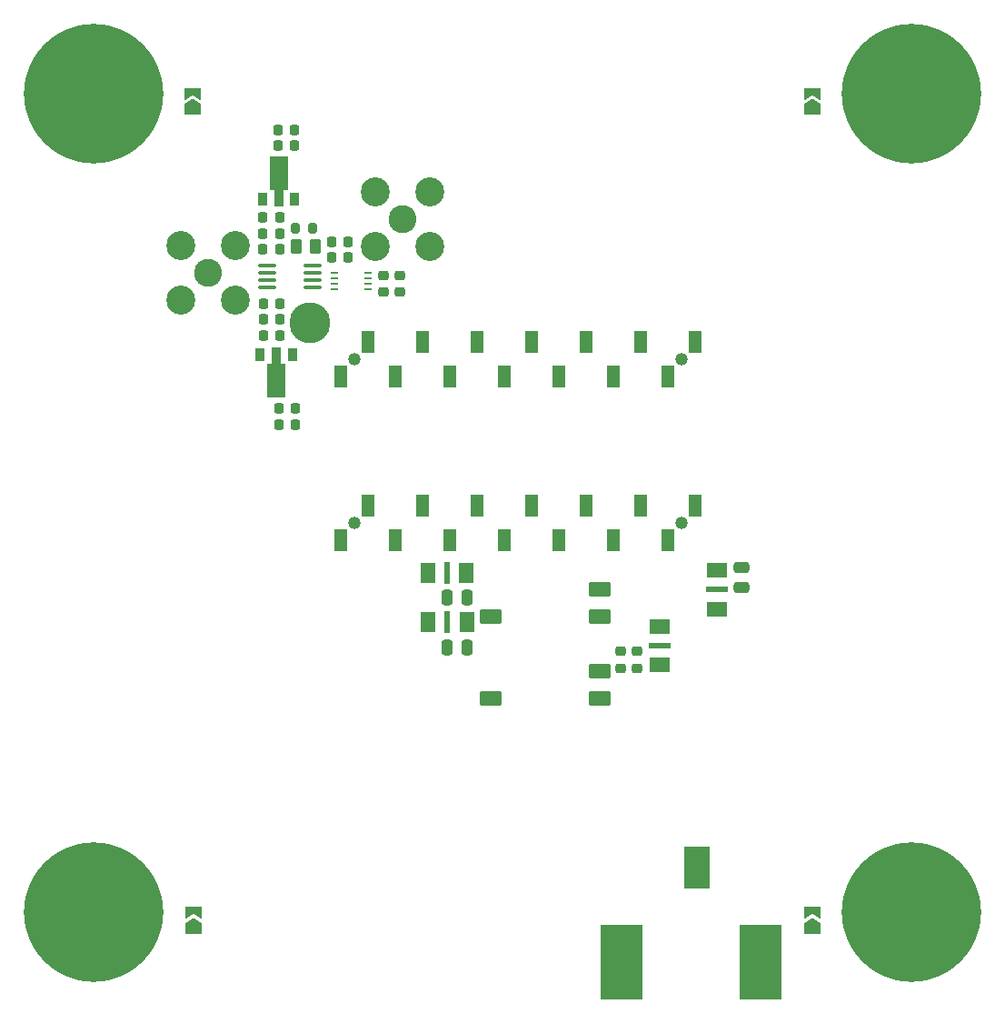
<source format=gts>
G04 #@! TF.GenerationSoftware,KiCad,Pcbnew,7.0.1*
G04 #@! TF.CreationDate,2024-09-06T18:07:48-07:00*
G04 #@! TF.ProjectId,FACED Frame Clock,46414345-4420-4467-9261-6d6520436c6f,rev?*
G04 #@! TF.SameCoordinates,Original*
G04 #@! TF.FileFunction,Soldermask,Top*
G04 #@! TF.FilePolarity,Negative*
%FSLAX46Y46*%
G04 Gerber Fmt 4.6, Leading zero omitted, Abs format (unit mm)*
G04 Created by KiCad (PCBNEW 7.0.1) date 2024-09-06 18:07:48*
%MOMM*%
%LPD*%
G01*
G04 APERTURE LIST*
G04 Aperture macros list*
%AMRoundRect*
0 Rectangle with rounded corners*
0 $1 Rounding radius*
0 $2 $3 $4 $5 $6 $7 $8 $9 X,Y pos of 4 corners*
0 Add a 4 corners polygon primitive as box body*
4,1,4,$2,$3,$4,$5,$6,$7,$8,$9,$2,$3,0*
0 Add four circle primitives for the rounded corners*
1,1,$1+$1,$2,$3*
1,1,$1+$1,$4,$5*
1,1,$1+$1,$6,$7*
1,1,$1+$1,$8,$9*
0 Add four rect primitives between the rounded corners*
20,1,$1+$1,$2,$3,$4,$5,0*
20,1,$1+$1,$4,$5,$6,$7,0*
20,1,$1+$1,$6,$7,$8,$9,0*
20,1,$1+$1,$8,$9,$2,$3,0*%
%AMFreePoly0*
4,1,6,1.000000,0.000000,0.500000,-0.750000,-0.500000,-0.750000,-0.500000,0.750000,0.500000,0.750000,1.000000,0.000000,1.000000,0.000000,$1*%
%AMFreePoly1*
4,1,6,0.500000,-0.750000,-0.650000,-0.750000,-0.150000,0.000000,-0.650000,0.750000,0.500000,0.750000,0.500000,-0.750000,0.500000,-0.750000,$1*%
%AMFreePoly2*
4,1,9,3.862500,-0.866500,0.737500,-0.866500,0.737500,-0.450000,-0.737500,-0.450000,-0.737500,0.450000,0.737500,0.450000,0.737500,0.866500,3.862500,0.866500,3.862500,-0.866500,3.862500,-0.866500,$1*%
G04 Aperture macros list end*
%ADD10C,0.900000*%
%ADD11C,13.000000*%
%ADD12RoundRect,0.102000X0.900000X0.600000X-0.900000X0.600000X-0.900000X-0.600000X0.900000X-0.600000X0*%
%ADD13RoundRect,0.250000X-0.250000X-0.475000X0.250000X-0.475000X0.250000X0.475000X-0.250000X0.475000X0*%
%ADD14RoundRect,0.225000X-0.225000X-0.250000X0.225000X-0.250000X0.225000X0.250000X-0.225000X0.250000X0*%
%ADD15FreePoly0,90.000000*%
%ADD16FreePoly1,90.000000*%
%ADD17C,3.800000*%
%ADD18C,1.190000*%
%ADD19RoundRect,0.102000X-0.510000X-0.952500X0.510000X-0.952500X0.510000X0.952500X-0.510000X0.952500X0*%
%ADD20RoundRect,0.102000X0.510000X0.952500X-0.510000X0.952500X-0.510000X-0.952500X0.510000X-0.952500X0*%
%ADD21R,1.930400X1.397000*%
%ADD22R,2.006600X0.609600*%
%ADD23RoundRect,0.225000X-0.250000X0.225000X-0.250000X-0.225000X0.250000X-0.225000X0.250000X0.225000X0*%
%ADD24RoundRect,0.225000X0.225000X0.250000X-0.225000X0.250000X-0.225000X-0.250000X0.225000X-0.250000X0*%
%ADD25RoundRect,0.100000X-0.712500X-0.100000X0.712500X-0.100000X0.712500X0.100000X-0.712500X0.100000X0*%
%ADD26R,2.489200X3.987800*%
%ADD27R,3.987800X6.999999*%
%ADD28R,0.900000X1.300000*%
%ADD29FreePoly2,90.000000*%
%ADD30RoundRect,0.225000X0.250000X-0.225000X0.250000X0.225000X-0.250000X0.225000X-0.250000X-0.225000X0*%
%ADD31FreePoly2,270.000000*%
%ADD32C,2.604000*%
%ADD33C,2.704000*%
%ADD34R,1.397000X1.930400*%
%ADD35R,0.609600X2.006600*%
%ADD36R,0.762000X0.254000*%
%ADD37RoundRect,0.200000X0.200000X0.275000X-0.200000X0.275000X-0.200000X-0.275000X0.200000X-0.275000X0*%
%ADD38RoundRect,0.250000X0.262500X0.450000X-0.262500X0.450000X-0.262500X-0.450000X0.262500X-0.450000X0*%
%ADD39RoundRect,0.250000X0.250000X0.475000X-0.250000X0.475000X-0.250000X-0.475000X0.250000X-0.475000X0*%
%ADD40RoundRect,0.250000X0.475000X-0.250000X0.475000X0.250000X-0.475000X0.250000X-0.475000X-0.250000X0*%
G04 APERTURE END LIST*
D10*
X178255000Y-168210000D03*
X179682854Y-164762854D03*
X179682854Y-171657146D03*
X183130000Y-163335000D03*
D11*
X183130000Y-168210000D03*
D10*
X183130000Y-173085000D03*
X186577146Y-164762854D03*
X186577146Y-171657146D03*
X188005000Y-168210000D03*
D12*
X154097900Y-148250199D03*
X154097900Y-145710199D03*
X154097900Y-140630199D03*
X154097900Y-138090199D03*
X143897900Y-140630199D03*
X143897900Y-148250199D03*
D13*
X139826400Y-138902999D03*
X141726400Y-138902999D03*
D14*
X122691000Y-103495399D03*
X124241000Y-103495399D03*
D15*
X173930000Y-169665000D03*
D16*
X173930000Y-168215000D03*
D15*
X173920000Y-93460000D03*
D16*
X173920000Y-92010000D03*
D17*
X127110000Y-113350000D03*
D18*
X161741400Y-131968999D03*
X161731400Y-116726499D03*
X131261400Y-131968999D03*
X131251400Y-116726499D03*
D19*
X163001400Y-115123999D03*
X160461400Y-118328999D03*
X157921400Y-115123999D03*
X155381400Y-118328999D03*
X152841400Y-115123999D03*
X150301400Y-118328999D03*
X147761400Y-115123999D03*
X145221400Y-118328999D03*
X142681400Y-115123999D03*
X140141400Y-118328999D03*
X137601400Y-115123999D03*
X135061400Y-118328999D03*
X132521400Y-115123999D03*
X129981400Y-118328999D03*
D20*
X129991400Y-133571499D03*
X132531400Y-130366499D03*
X135071400Y-133571499D03*
X137611400Y-130366499D03*
X140151400Y-133571499D03*
X142691400Y-130366499D03*
X145231400Y-133571499D03*
X147771400Y-130366499D03*
X150311400Y-133571499D03*
X152851400Y-130366499D03*
X155391400Y-133571499D03*
X157931400Y-130366499D03*
X160471400Y-133571499D03*
X163011400Y-130366499D03*
D21*
X164970000Y-136348700D03*
D22*
X164970000Y-138152100D03*
D21*
X164970000Y-139955500D03*
D23*
X157550000Y-143917100D03*
X157550000Y-145467100D03*
D21*
X159660000Y-145183400D03*
D22*
X159660000Y-143380000D03*
D21*
X159660000Y-141576600D03*
D23*
X156040000Y-143917100D03*
X156040000Y-145467100D03*
D14*
X129117200Y-107254599D03*
X130667200Y-107254599D03*
D24*
X124267000Y-111518999D03*
X122717000Y-111518999D03*
X125752600Y-122773999D03*
X124202600Y-122773999D03*
D25*
X123092500Y-108024999D03*
X123092500Y-108674999D03*
X123092500Y-109324999D03*
X123092500Y-109974999D03*
X127317500Y-109974999D03*
X127317500Y-109324999D03*
X127317500Y-108674999D03*
X127317500Y-108024999D03*
D26*
X163179999Y-164074900D03*
D27*
X156080000Y-172824901D03*
X169080000Y-172824901D03*
D10*
X102055000Y-92010000D03*
X103482854Y-88562854D03*
X103482854Y-95457146D03*
X106930000Y-87135000D03*
D11*
X106930000Y-92010000D03*
D10*
X106930000Y-96885000D03*
X110377146Y-88562854D03*
X110377146Y-95457146D03*
X111805000Y-92010000D03*
D28*
X122663400Y-101793599D03*
D29*
X124163400Y-101706099D03*
D28*
X125663400Y-101793599D03*
D30*
X133951400Y-110425000D03*
X133951400Y-108875000D03*
D28*
X125455000Y-116299999D03*
D31*
X123955000Y-116387499D03*
D28*
X122455000Y-116299999D03*
D15*
X116260000Y-169670000D03*
D16*
X116260000Y-168220000D03*
D24*
X130667200Y-105781399D03*
X129117200Y-105781399D03*
D32*
X117560800Y-108676999D03*
D33*
X115020800Y-106136999D03*
X115020800Y-111216999D03*
X120100800Y-106136999D03*
X120100800Y-111216999D03*
D24*
X124255000Y-106499999D03*
X122705000Y-106499999D03*
D15*
X116190000Y-93460000D03*
D16*
X116190000Y-92010000D03*
D34*
X141678100Y-141188999D03*
D35*
X139874700Y-141188999D03*
D34*
X138071300Y-141188999D03*
D14*
X124115000Y-96850000D03*
X125665000Y-96850000D03*
D36*
X132484400Y-110148588D03*
X132484400Y-109648462D03*
X132484400Y-109148336D03*
X132484400Y-108648210D03*
X129334800Y-108648210D03*
X129334800Y-109148336D03*
X129334800Y-109648462D03*
X129334800Y-110148588D03*
D34*
X138068700Y-136570000D03*
D35*
X139872100Y-136570000D03*
D34*
X141675500Y-136570000D03*
D37*
X127326600Y-104511399D03*
X125676600Y-104511399D03*
D38*
X127617300Y-106238599D03*
X125792300Y-106238599D03*
D24*
X124255000Y-104999999D03*
X122705000Y-104999999D03*
X124266400Y-113018999D03*
X122716400Y-113018999D03*
D23*
X135450000Y-108875000D03*
X135450000Y-110425000D03*
D24*
X125752600Y-121275399D03*
X124202600Y-121275399D03*
D10*
X102055000Y-168210000D03*
X103482854Y-164762854D03*
X103482854Y-171657146D03*
X106930000Y-163335000D03*
D11*
X106930000Y-168210000D03*
D10*
X106930000Y-173085000D03*
X110377146Y-164762854D03*
X110377146Y-171657146D03*
X111805000Y-168210000D03*
D32*
X135696400Y-103698599D03*
D33*
X133156400Y-101158599D03*
X133156400Y-106238599D03*
X138236400Y-101158599D03*
X138236400Y-106238599D03*
D39*
X141736600Y-143525799D03*
X139836600Y-143525799D03*
D14*
X124105000Y-95350000D03*
X125655000Y-95350000D03*
D40*
X167319400Y-137979999D03*
X167319400Y-136079999D03*
D10*
X178255000Y-92010000D03*
X179682854Y-88562854D03*
X179682854Y-95457146D03*
X183130000Y-87135000D03*
D11*
X183130000Y-92010000D03*
D10*
X183130000Y-96885000D03*
X186577146Y-88562854D03*
X186577146Y-95457146D03*
X188005000Y-92010000D03*
D14*
X122716400Y-114518999D03*
X124266400Y-114518999D03*
M02*

</source>
